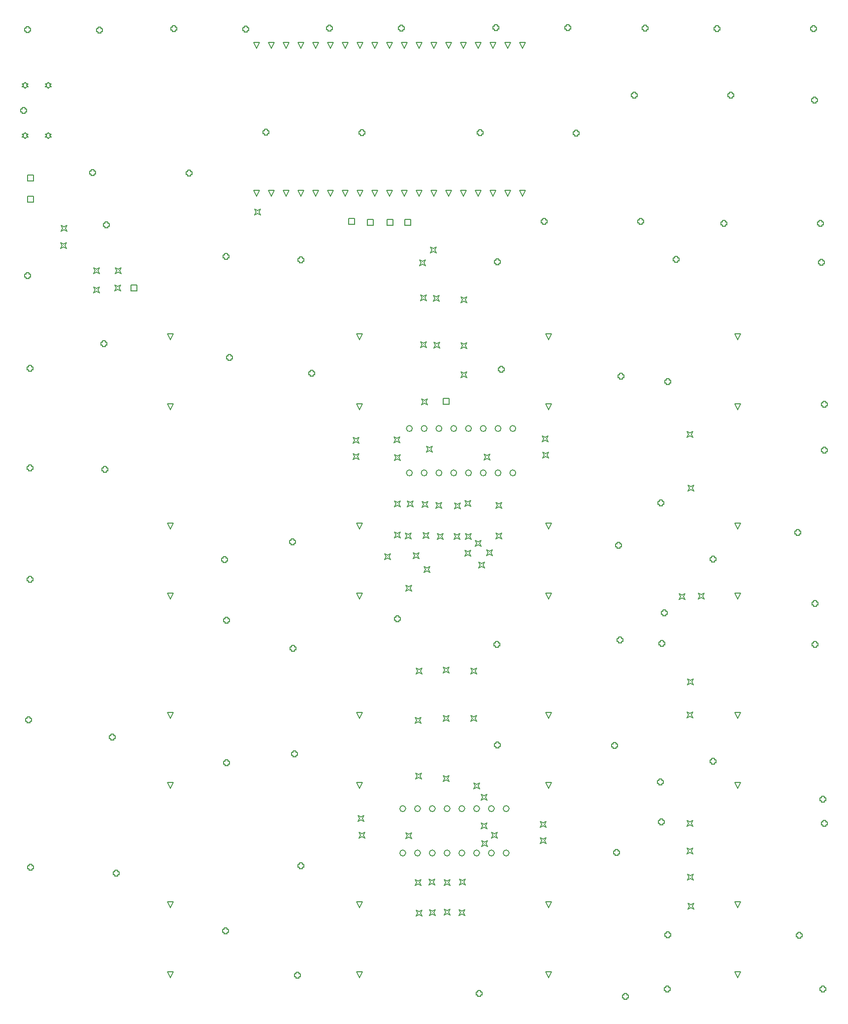
<source format=gbr>
%TF.GenerationSoftware,Altium Limited,Altium Designer,24.7.2 (38)*%
G04 Layer_Color=2752767*
%FSLAX45Y45*%
%MOMM*%
%TF.SameCoordinates,74662405-AD21-4814-813C-A76D1C426129*%
%TF.FilePolarity,Positive*%
%TF.FileFunction,Drawing*%
%TF.Part,Single*%
G01*
G75*
%TA.AperFunction,NonConductor*%
%ADD39C,0.12700*%
%ADD69C,0.16933*%
D39*
X3525300Y16324780D02*
X3550700Y16350180D01*
X3576100D01*
X3550700Y16375580D01*
X3576100Y16400980D01*
X3550700D01*
X3525300Y16426379D01*
X3499900Y16400980D01*
X3474500D01*
X3499900Y16375580D01*
X3474500Y16350180D01*
X3499900D01*
X3525300Y16324780D01*
Y15460780D02*
X3550700Y15486180D01*
X3576100D01*
X3550700Y15511580D01*
X3576100Y15536980D01*
X3550700D01*
X3525300Y15562379D01*
X3499900Y15536980D01*
X3474500D01*
X3499900Y15511580D01*
X3474500Y15486180D01*
X3499900D01*
X3525300Y15460780D01*
X3924300Y16324580D02*
X3949700Y16349980D01*
X3975100D01*
X3949700Y16375380D01*
X3975100Y16400780D01*
X3949700D01*
X3924300Y16426180D01*
X3898900Y16400780D01*
X3873500D01*
X3898900Y16375380D01*
X3873500Y16349980D01*
X3898900D01*
X3924300Y16324580D01*
Y15460980D02*
X3949700Y15486380D01*
X3975100D01*
X3949700Y15511780D01*
X3975100Y15537180D01*
X3949700D01*
X3924300Y15562579D01*
X3898900Y15537180D01*
X3873500D01*
X3898900Y15511780D01*
X3873500Y15486380D01*
X3898900D01*
X3924300Y15460980D01*
X7505700Y14465300D02*
X7454900Y14566901D01*
X7556500D01*
X7505700Y14465300D01*
X7759700D02*
X7708900Y14566901D01*
X7810500D01*
X7759700Y14465300D01*
X8013700D02*
X7962900Y14566901D01*
X8064500D01*
X8013700Y14465300D01*
X8267700D02*
X8216900Y14566901D01*
X8318500D01*
X8267700Y14465300D01*
X8521700D02*
X8470900Y14566901D01*
X8572500D01*
X8521700Y14465300D01*
X8775700D02*
X8724900Y14566901D01*
X8826500D01*
X8775700Y14465300D01*
X9029700D02*
X8978900Y14566901D01*
X9080500D01*
X9029700Y14465300D01*
X9283700D02*
X9232900Y14566901D01*
X9334500D01*
X9283700Y14465300D01*
X9537700D02*
X9486900Y14566901D01*
X9588500D01*
X9537700Y14465300D01*
X9791700D02*
X9740900Y14566901D01*
X9842500D01*
X9791700Y14465300D01*
X10045700D02*
X9994900Y14566901D01*
X10096500D01*
X10045700Y14465300D01*
X10299700D02*
X10248900Y14566901D01*
X10350500D01*
X10299700Y14465300D01*
X10553700D02*
X10502900Y14566901D01*
X10604500D01*
X10553700Y14465300D01*
X10807700D02*
X10756900Y14566901D01*
X10858500D01*
X10807700Y14465300D01*
X11061700D02*
X11010900Y14566901D01*
X11112500D01*
X11061700Y14465300D01*
X11315700D02*
X11264900Y14566901D01*
X11366500D01*
X11315700Y14465300D01*
X11569700D02*
X11518900Y14566901D01*
X11620500D01*
X11569700Y14465300D01*
X11823700D02*
X11772900Y14566901D01*
X11874500D01*
X11823700Y14465300D01*
X12077700D02*
X12026900Y14566901D01*
X12128500D01*
X12077700Y14465300D01*
X7505700Y17005299D02*
X7454900Y17106900D01*
X7556500D01*
X7505700Y17005299D01*
X7759700D02*
X7708900Y17106900D01*
X7810500D01*
X7759700Y17005299D01*
X8013700D02*
X7962900Y17106900D01*
X8064500D01*
X8013700Y17005299D01*
X8267700D02*
X8216900Y17106900D01*
X8318500D01*
X8267700Y17005299D01*
X8521700D02*
X8470900Y17106900D01*
X8572500D01*
X8521700Y17005299D01*
X8775700D02*
X8724900Y17106900D01*
X8826500D01*
X8775700Y17005299D01*
X9029700D02*
X8978900Y17106900D01*
X9080500D01*
X9029700Y17005299D01*
X9283700D02*
X9232900Y17106900D01*
X9334500D01*
X9283700Y17005299D01*
X9537700D02*
X9486900Y17106900D01*
X9588500D01*
X9537700Y17005299D01*
X9791700D02*
X9740900Y17106900D01*
X9842500D01*
X9791700Y17005299D01*
X10045700D02*
X9994900Y17106900D01*
X10096500D01*
X10045700Y17005299D01*
X10299700D02*
X10248900Y17106900D01*
X10350500D01*
X10299700Y17005299D01*
X10553700D02*
X10502900Y17106900D01*
X10604500D01*
X10553700Y17005299D01*
X10807700D02*
X10756900Y17106900D01*
X10858500D01*
X10807700Y17005299D01*
X11061700D02*
X11010900Y17106900D01*
X11112500D01*
X11061700Y17005299D01*
X11315700D02*
X11264900Y17106900D01*
X11366500D01*
X11315700Y17005299D01*
X11569700D02*
X11518900Y17106900D01*
X11620500D01*
X11569700Y17005299D01*
X11823700D02*
X11772900Y17106900D01*
X11874500D01*
X11823700Y17005299D01*
X12077700D02*
X12026900Y17106900D01*
X12128500D01*
X12077700Y17005299D01*
X10716260Y10891520D02*
Y10993120D01*
X10817860D01*
Y10891520D01*
X10716260D01*
X5349930Y12838429D02*
Y12940030D01*
X5451530D01*
Y12838429D01*
X5349930D01*
X12525000Y11999200D02*
X12474200Y12100800D01*
X12575800D01*
X12525000Y11999200D01*
Y10799200D02*
X12474200Y10900800D01*
X12575800D01*
X12525000Y10799200D01*
X9275000Y4299200D02*
X9224200Y4400800D01*
X9325800D01*
X9275000Y4299200D01*
Y5499200D02*
X9224200Y5600800D01*
X9325800D01*
X9275000Y5499200D01*
X12525000Y1049200D02*
X12474200Y1150800D01*
X12575800D01*
X12525000Y1049200D01*
Y2249200D02*
X12474200Y2350800D01*
X12575800D01*
X12525000Y2249200D01*
X9275000Y1049200D02*
X9224200Y1150800D01*
X9325800D01*
X9275000Y1049200D01*
Y2249200D02*
X9224200Y2350800D01*
X9325800D01*
X9275000Y2249200D01*
X6025000Y1049200D02*
X5974200Y1150800D01*
X6075800D01*
X6025000Y1049200D01*
Y2249200D02*
X5974200Y2350800D01*
X6075800D01*
X6025000Y2249200D01*
X15775000Y1049200D02*
X15724200Y1150800D01*
X15825800D01*
X15775000Y1049200D01*
Y2249200D02*
X15724200Y2350800D01*
X15825800D01*
X15775000Y2249200D01*
Y4299200D02*
X15724200Y4400800D01*
X15825800D01*
X15775000Y4299200D01*
Y5499200D02*
X15724200Y5600800D01*
X15825800D01*
X15775000Y5499200D01*
X12525000Y4299200D02*
X12474200Y4400800D01*
X12575800D01*
X12525000Y4299200D01*
Y5499200D02*
X12474200Y5600800D01*
X12575800D01*
X12525000Y5499200D01*
X6025000Y4299200D02*
X5974200Y4400800D01*
X6075800D01*
X6025000Y4299200D01*
Y5499200D02*
X5974200Y5600800D01*
X6075800D01*
X6025000Y5499200D01*
Y7549200D02*
X5974200Y7650800D01*
X6075800D01*
X6025000Y7549200D01*
Y8749200D02*
X5974200Y8850800D01*
X6075800D01*
X6025000Y8749200D01*
X9275000Y7549200D02*
X9224200Y7650800D01*
X9325800D01*
X9275000Y7549200D01*
Y8749200D02*
X9224200Y8850800D01*
X9325800D01*
X9275000Y8749200D01*
X12525000Y7549200D02*
X12474200Y7650800D01*
X12575800D01*
X12525000Y7549200D01*
Y8749200D02*
X12474200Y8850800D01*
X12575800D01*
X12525000Y8749200D01*
X15775000Y7549200D02*
X15724200Y7650800D01*
X15825800D01*
X15775000Y7549200D01*
Y8749200D02*
X15724200Y8850800D01*
X15825800D01*
X15775000Y8749200D01*
Y10799200D02*
X15724200Y10900800D01*
X15825800D01*
X15775000Y10799200D01*
Y11999200D02*
X15724200Y12100800D01*
X15825800D01*
X15775000Y11999200D01*
X9275000Y10799200D02*
X9224200Y10900800D01*
X9325800D01*
X9275000Y10799200D01*
Y11999200D02*
X9224200Y12100800D01*
X9325800D01*
X9275000Y11999200D01*
X6025000Y10799200D02*
X5974200Y10900800D01*
X6075800D01*
X6025000Y10799200D01*
Y11999200D02*
X5974200Y12100800D01*
X6075800D01*
X6025000Y11999200D01*
X3571400Y14363699D02*
Y14465300D01*
X3673000D01*
Y14363699D01*
X3571400D01*
X9093200Y13982700D02*
Y14084300D01*
X9194800D01*
Y13982700D01*
X9093200D01*
X9410700Y13970000D02*
Y14071600D01*
X9512300D01*
Y13970000D01*
X9410700D01*
X3571400Y14733299D02*
Y14834900D01*
X3673000D01*
Y14733299D01*
X3571400D01*
X9753600Y13970000D02*
Y14071600D01*
X9855200D01*
Y13970000D01*
X9753600D01*
X10058400D02*
Y14071600D01*
X10160000D01*
Y13970000D01*
X10058400D01*
X16786427Y8664149D02*
Y8638749D01*
X16837227D01*
Y8664149D01*
X16862627D01*
Y8714949D01*
X16837227D01*
Y8740349D01*
X16786427D01*
Y8714949D01*
X16761028D01*
Y8664149D01*
X16786427D01*
X15331007Y8209489D02*
Y8184089D01*
X15381807D01*
Y8209489D01*
X15407207D01*
Y8260289D01*
X15381807D01*
Y8285689D01*
X15331007D01*
Y8260289D01*
X15305608D01*
Y8209489D01*
X15331007D01*
Y4734769D02*
Y4709369D01*
X15381807D01*
Y4734769D01*
X15407207D01*
Y4785569D01*
X15381807D01*
Y4810969D01*
X15331007D01*
Y4785569D01*
X15305608D01*
Y4734769D01*
X15331007D01*
X16811827Y1747729D02*
Y1722329D01*
X16862627D01*
Y1747729D01*
X16888026D01*
Y1798529D01*
X16862627D01*
Y1823929D01*
X16811827D01*
Y1798529D01*
X16786427D01*
Y1747729D01*
X16811827D01*
X14553767Y1760429D02*
Y1735029D01*
X14604567D01*
Y1760429D01*
X14629967D01*
Y1811229D01*
X14604567D01*
Y1836629D01*
X14553767D01*
Y1811229D01*
X14528368D01*
Y1760429D01*
X14553767D01*
X6929457Y8202447D02*
Y8177047D01*
X6980257D01*
Y8202447D01*
X7005657D01*
Y8253247D01*
X6980257D01*
Y8278647D01*
X6929457D01*
Y8253247D01*
X6904057D01*
Y8202447D01*
X6929457D01*
X6968054Y7160679D02*
Y7135279D01*
X7018854D01*
Y7160679D01*
X7044254D01*
Y7211479D01*
X7018854D01*
Y7236879D01*
X6968054D01*
Y7211479D01*
X6942654D01*
Y7160679D01*
X6968054D01*
X6967557Y4715027D02*
Y4689627D01*
X7018357D01*
Y4715027D01*
X7043757D01*
Y4765827D01*
X7018357D01*
Y4791227D01*
X6967557D01*
Y4765827D01*
X6942157D01*
Y4715027D01*
X6967557D01*
X6949777Y1821967D02*
Y1796567D01*
X7000577D01*
Y1821967D01*
X7025977D01*
Y1872767D01*
X7000577D01*
Y1898167D01*
X6949777D01*
Y1872767D01*
X6924377D01*
Y1821967D01*
X6949777D01*
X8185579Y1063317D02*
Y1037917D01*
X8236379D01*
Y1063317D01*
X8261779D01*
Y1114117D01*
X8236379D01*
Y1139517D01*
X8185579D01*
Y1114117D01*
X8160179D01*
Y1063317D01*
X8185579D01*
X8244020Y2943174D02*
Y2917774D01*
X8294820D01*
Y2943174D01*
X8320220D01*
Y2993974D01*
X8294820D01*
Y3019374D01*
X8244020D01*
Y2993974D01*
X8218620D01*
Y2943174D01*
X8244020D01*
X8135957Y4862347D02*
Y4836947D01*
X8186757D01*
Y4862347D01*
X8212157D01*
Y4913147D01*
X8186757D01*
Y4938547D01*
X8135957D01*
Y4913147D01*
X8110557D01*
Y4862347D01*
X8135957D01*
X8108017Y6673367D02*
Y6647967D01*
X8158817D01*
Y6673367D01*
X8184217D01*
Y6724167D01*
X8158817D01*
Y6749567D01*
X8108017D01*
Y6724167D01*
X8082617D01*
Y6673367D01*
X8108017D01*
X8097857Y8504707D02*
Y8479307D01*
X8148657D01*
Y8504707D01*
X8174057D01*
Y8555507D01*
X8148657D01*
Y8580907D01*
X8097857D01*
Y8555507D01*
X8072457D01*
Y8504707D01*
X8097857D01*
X9898717Y7188987D02*
Y7163587D01*
X9949517D01*
Y7188987D01*
X9974917D01*
Y7239787D01*
X9949517D01*
Y7265187D01*
X9898717D01*
Y7239787D01*
X9873317D01*
Y7188987D01*
X9898717D01*
X13746817Y11349507D02*
Y11324107D01*
X13797617D01*
Y11349507D01*
X13823016D01*
Y11400307D01*
X13797617D01*
Y11425707D01*
X13746817D01*
Y11400307D01*
X13721417D01*
Y11349507D01*
X13746817D01*
X13708270Y8446382D02*
Y8420982D01*
X13759070D01*
Y8446382D01*
X13784470D01*
Y8497182D01*
X13759070D01*
Y8522582D01*
X13708270D01*
Y8497182D01*
X13682870D01*
Y8446382D01*
X13708270D01*
X13727753Y6819769D02*
Y6794369D01*
X13778552D01*
Y6819769D01*
X13803952D01*
Y6870569D01*
X13778552D01*
Y6895969D01*
X13727753D01*
Y6870569D01*
X13702351D01*
Y6819769D01*
X13727753D01*
X11613217Y6741947D02*
Y6716547D01*
X11664017D01*
Y6741947D01*
X11689417D01*
Y6792747D01*
X11664017D01*
Y6818147D01*
X11613217D01*
Y6792747D01*
X11587817D01*
Y6741947D01*
X11613217D01*
X11623377Y5017287D02*
Y4991887D01*
X11674177D01*
Y5017287D01*
X11699577D01*
Y5068087D01*
X11674177D01*
Y5093487D01*
X11623377D01*
Y5068087D01*
X11597977D01*
Y5017287D01*
X11623377D01*
X13640137Y5007127D02*
Y4981727D01*
X13690936D01*
Y5007127D01*
X13716338D01*
Y5057927D01*
X13690936D01*
Y5083327D01*
X13640137D01*
Y5057927D01*
X13614737D01*
Y5007127D01*
X13640137D01*
X13668077Y3175787D02*
Y3150387D01*
X13718877D01*
Y3175787D01*
X13744276D01*
Y3226587D01*
X13718877D01*
Y3251987D01*
X13668077D01*
Y3226587D01*
X13642677D01*
Y3175787D01*
X13668077D01*
X11310957Y752627D02*
Y727227D01*
X11361757D01*
Y752627D01*
X11387157D01*
Y803427D01*
X11361757D01*
Y828827D01*
X11310957D01*
Y803427D01*
X11285557D01*
Y752627D01*
X11310957D01*
X13825557Y701827D02*
Y676427D01*
X13876357D01*
Y701827D01*
X13901756D01*
Y752627D01*
X13876357D01*
Y778027D01*
X13825557D01*
Y752627D01*
X13800157D01*
Y701827D01*
X13825557D01*
X14442776Y3699027D02*
Y3673627D01*
X14493578D01*
Y3699027D01*
X14518977D01*
Y3749827D01*
X14493578D01*
Y3775227D01*
X14442776D01*
Y3749827D01*
X14417377D01*
Y3699027D01*
X14442776D01*
X14541837Y828827D02*
Y803427D01*
X14592638D01*
Y828827D01*
X14618037D01*
Y879627D01*
X14592638D01*
Y905027D01*
X14541837D01*
Y879627D01*
X14516437D01*
Y828827D01*
X14541837D01*
X17216457D02*
Y803427D01*
X17267258D01*
Y828827D01*
X17292657D01*
Y879627D01*
X17267258D01*
Y905027D01*
X17216457D01*
Y879627D01*
X17191057D01*
Y828827D01*
X17216457D01*
X17239909Y3674088D02*
Y3648688D01*
X17290709D01*
Y3674088D01*
X17316109D01*
Y3724888D01*
X17290709D01*
Y3750288D01*
X17239909D01*
Y3724888D01*
X17214510D01*
Y3674088D01*
X17239909D01*
X17215527Y4088619D02*
Y4063219D01*
X17266327D01*
Y4088619D01*
X17291727D01*
Y4139419D01*
X17266327D01*
Y4164819D01*
X17215527D01*
Y4139419D01*
X17190128D01*
Y4088619D01*
X17215527D01*
X14427602Y4381229D02*
Y4355829D01*
X14478403D01*
Y4381229D01*
X14503802D01*
Y4432029D01*
X14478403D01*
Y4457429D01*
X14427602D01*
Y4432029D01*
X14402202D01*
Y4381229D01*
X14427602D01*
X14451987Y6762750D02*
Y6737350D01*
X14502786D01*
Y6762750D01*
X14528186D01*
Y6813550D01*
X14502786D01*
Y6838950D01*
X14451987D01*
Y6813550D01*
X14426585D01*
Y6762750D01*
X14451987D01*
X17084377Y6747027D02*
Y6721627D01*
X17135178D01*
Y6747027D01*
X17160577D01*
Y6797827D01*
X17135178D01*
Y6823227D01*
X17084377D01*
Y6797827D01*
X17058977D01*
Y6747027D01*
X17084377D01*
X14435728Y9176783D02*
Y9151383D01*
X14486530D01*
Y9176783D01*
X14511929D01*
Y9227583D01*
X14486530D01*
Y9252983D01*
X14435728D01*
Y9227583D01*
X14410329D01*
Y9176783D01*
X14435728D01*
X14492625Y7282945D02*
Y7257545D01*
X14543427D01*
Y7282945D01*
X14568826D01*
Y7333745D01*
X14543427D01*
Y7359145D01*
X14492625D01*
Y7333745D01*
X14467226D01*
Y7282945D01*
X14492625D01*
X17084377Y7445527D02*
Y7420127D01*
X17135178D01*
Y7445527D01*
X17160577D01*
Y7496327D01*
X17135178D01*
Y7521727D01*
X17084377D01*
Y7496327D01*
X17058977D01*
Y7445527D01*
X17084377D01*
X17246938Y10079507D02*
Y10054107D01*
X17297737D01*
Y10079507D01*
X17323137D01*
Y10130307D01*
X17297737D01*
Y10155707D01*
X17246938D01*
Y10130307D01*
X17221536D01*
Y10079507D01*
X17246938D01*
X17239317Y10866907D02*
Y10841507D01*
X17290117D01*
Y10866907D01*
X17315517D01*
Y10917707D01*
X17290117D01*
Y10943107D01*
X17239317D01*
Y10917707D01*
X17213918D01*
Y10866907D01*
X17239317D01*
X17191057Y13305307D02*
Y13279907D01*
X17241856D01*
Y13305307D01*
X17267258D01*
Y13356107D01*
X17241856D01*
Y13381506D01*
X17191057D01*
Y13356107D01*
X17165657D01*
Y13305307D01*
X17191057D01*
X14696777Y13353568D02*
Y13328168D01*
X14747577D01*
Y13353568D01*
X14772977D01*
Y13404367D01*
X14747577D01*
Y13429767D01*
X14696777D01*
Y13404367D01*
X14671378D01*
Y13353568D01*
X14696777D01*
X14549457Y11258067D02*
Y11232667D01*
X14600256D01*
Y11258067D01*
X14625658D01*
Y11308867D01*
X14600256D01*
Y11334267D01*
X14549457D01*
Y11308867D01*
X14524057D01*
Y11258067D01*
X14549457D01*
X11623377Y13312927D02*
Y13287527D01*
X11674177D01*
Y13312927D01*
X11699577D01*
Y13363727D01*
X11674177D01*
Y13389127D01*
X11623377D01*
Y13363727D01*
X11597977D01*
Y13312927D01*
X11623377D01*
X11689417Y11468887D02*
Y11443487D01*
X11740217D01*
Y11468887D01*
X11765617D01*
Y11519687D01*
X11740217D01*
Y11545087D01*
X11689417D01*
Y11519687D01*
X11664017D01*
Y11468887D01*
X11689417D01*
X8428057Y11402847D02*
Y11377447D01*
X8478857D01*
Y11402847D01*
X8504257D01*
Y11453647D01*
X8478857D01*
Y11479047D01*
X8428057D01*
Y11453647D01*
X8402657D01*
Y11402847D01*
X8428057D01*
X8242637Y13345947D02*
Y13320547D01*
X8293437D01*
Y13345947D01*
X8318837D01*
Y13396747D01*
X8293437D01*
Y13422147D01*
X8242637D01*
Y13396747D01*
X8217237D01*
Y13345947D01*
X8242637D01*
X6957397Y13404367D02*
Y13378967D01*
X7008197D01*
Y13404367D01*
X7033597D01*
Y13455167D01*
X7008197D01*
Y13480566D01*
X6957397D01*
Y13455167D01*
X6931997D01*
Y13404367D01*
X6957397D01*
X7015817Y11672087D02*
Y11646687D01*
X7066617D01*
Y11672087D01*
X7092017D01*
Y11722887D01*
X7066617D01*
Y11748287D01*
X7015817D01*
Y11722887D01*
X6990417D01*
Y11672087D01*
X7015817D01*
X4852757Y11907809D02*
Y11882409D01*
X4903557D01*
Y11907809D01*
X4928957D01*
Y11958609D01*
X4903557D01*
Y11984009D01*
X4852757D01*
Y11958609D01*
X4827357D01*
Y11907809D01*
X4852757D01*
X4877137Y9754387D02*
Y9728987D01*
X4927937D01*
Y9754387D01*
X4953337D01*
Y9805187D01*
X4927937D01*
Y9830587D01*
X4877137D01*
Y9805187D01*
X4851737D01*
Y9754387D01*
X4877137D01*
X4999068Y5153386D02*
Y5127986D01*
X5049868D01*
Y5153386D01*
X5075268D01*
Y5204186D01*
X5049868D01*
Y5229586D01*
X4999068D01*
Y5204186D01*
X4973668D01*
Y5153386D01*
X4999068D01*
X5065097Y2820187D02*
Y2794787D01*
X5115897D01*
Y2820187D01*
X5141297D01*
Y2870987D01*
X5115897D01*
Y2896387D01*
X5065097D01*
Y2870987D01*
X5039697D01*
Y2820187D01*
X5065097D01*
X3591897Y2919247D02*
Y2893847D01*
X3642697D01*
Y2919247D01*
X3668097D01*
Y2970047D01*
X3642697D01*
Y2995447D01*
X3591897D01*
Y2970047D01*
X3566497D01*
Y2919247D01*
X3591897D01*
X3561417Y5446547D02*
Y5421147D01*
X3612217D01*
Y5446547D01*
X3637617D01*
Y5497347D01*
X3612217D01*
Y5522747D01*
X3561417D01*
Y5497347D01*
X3536017D01*
Y5446547D01*
X3561417D01*
X3584789Y7860030D02*
Y7834630D01*
X3635589D01*
Y7860030D01*
X3660989D01*
Y7910830D01*
X3635589D01*
Y7936230D01*
X3584789D01*
Y7910830D01*
X3559389D01*
Y7860030D01*
X3584789D01*
X3584277Y9777247D02*
Y9751847D01*
X3635077D01*
Y9777247D01*
X3660477D01*
Y9828047D01*
X3635077D01*
Y9853447D01*
X3584277D01*
Y9828047D01*
X3558877D01*
Y9777247D01*
X3584277D01*
X3584788Y11485147D02*
Y11459747D01*
X3635588D01*
Y11485147D01*
X3660988D01*
Y11535947D01*
X3635588D01*
Y11561347D01*
X3584788D01*
Y11535947D01*
X3559388D01*
Y11485147D01*
X3584788D01*
X4661816Y14844633D02*
Y14819234D01*
X4712616D01*
Y14844633D01*
X4738016D01*
Y14895435D01*
X4712616D01*
Y14920834D01*
X4661816D01*
Y14895435D01*
X4636416D01*
Y14844633D01*
X4661816D01*
X6320436Y14842094D02*
Y14816695D01*
X6371236D01*
Y14842094D01*
X6396636D01*
Y14892894D01*
X6371236D01*
Y14918294D01*
X6320436D01*
Y14892894D01*
X6295036D01*
Y14842094D01*
X6320436D01*
X7638696Y15538054D02*
Y15512654D01*
X7689496D01*
Y15538054D01*
X7714896D01*
Y15588853D01*
X7689496D01*
Y15614255D01*
X7638696D01*
Y15588853D01*
X7613296D01*
Y15538054D01*
X7638696D01*
X9297316Y15535513D02*
Y15510114D01*
X9348116D01*
Y15535513D01*
X9373516D01*
Y15586314D01*
X9348116D01*
Y15611714D01*
X9297316D01*
Y15586314D01*
X9271916D01*
Y15535513D01*
X9297316D01*
X11321696Y15530434D02*
Y15505034D01*
X11372496D01*
Y15530434D01*
X11397896D01*
Y15581235D01*
X11372496D01*
Y15606635D01*
X11321696D01*
Y15581235D01*
X11296296D01*
Y15530434D01*
X11321696D01*
X12980316Y15527895D02*
Y15502493D01*
X13031116D01*
Y15527895D01*
X13056516D01*
Y15578694D01*
X13031116D01*
Y15604094D01*
X12980316D01*
Y15578694D01*
X12954916D01*
Y15527895D01*
X12980316D01*
X12429136Y14011514D02*
Y13986115D01*
X12479936D01*
Y14011514D01*
X12505336D01*
Y14062314D01*
X12479936D01*
Y14087714D01*
X12429136D01*
Y14062314D01*
X12403736D01*
Y14011514D01*
X12429136D01*
X14087756Y14008974D02*
Y13983574D01*
X14138556D01*
Y14008974D01*
X14163956D01*
Y14059773D01*
X14138556D01*
Y14085175D01*
X14087756D01*
Y14059773D01*
X14062357D01*
Y14008974D01*
X14087756D01*
X3545840Y13081000D02*
Y13055600D01*
X3596640D01*
Y13081000D01*
X3622040D01*
Y13131799D01*
X3596640D01*
Y13157201D01*
X3545840D01*
Y13131799D01*
X3520440D01*
Y13081000D01*
X3545840D01*
X4903116Y13948013D02*
Y13922614D01*
X4953916D01*
Y13948013D01*
X4979316D01*
Y13998814D01*
X4953916D01*
Y14024214D01*
X4903116D01*
Y13998814D01*
X4877716D01*
Y13948013D01*
X4903116D01*
X15520316Y13975954D02*
Y13950554D01*
X15571117D01*
Y13975954D01*
X15596516D01*
Y14026755D01*
X15571117D01*
Y14052155D01*
X15520316D01*
Y14026755D01*
X15494916D01*
Y13975954D01*
X15520316D01*
X17178935Y13973415D02*
Y13948013D01*
X17229736D01*
Y13973415D01*
X17255136D01*
Y14024214D01*
X17229736D01*
Y14049614D01*
X17178935D01*
Y14024214D01*
X17153535D01*
Y13973415D01*
X17178935D01*
X3474720Y15918179D02*
Y15892780D01*
X3525520D01*
Y15918179D01*
X3550920D01*
Y15968980D01*
X3525520D01*
Y15994380D01*
X3474720D01*
Y15968980D01*
X3449320D01*
Y15918179D01*
X3474720D01*
X13973456Y16180675D02*
Y16155273D01*
X14024255D01*
Y16180675D01*
X14049657D01*
Y16231474D01*
X14024255D01*
Y16256874D01*
X13973456D01*
Y16231474D01*
X13948056D01*
Y16180675D01*
X13973456D01*
X15632076Y16178134D02*
Y16152734D01*
X15682877D01*
Y16178134D01*
X15708276D01*
Y16228934D01*
X15682877D01*
Y16254333D01*
X15632076D01*
Y16228934D01*
X15606676D01*
Y16178134D01*
X15632076D01*
X17056100Y17320261D02*
Y17294859D01*
X17106900D01*
Y17320261D01*
X17132300D01*
Y17371060D01*
X17106900D01*
Y17396460D01*
X17056100D01*
Y17371060D01*
X17030701D01*
Y17320261D01*
X17056100D01*
X17071339Y16088361D02*
Y16062959D01*
X17122141D01*
Y16088361D01*
X17147540D01*
Y16139160D01*
X17122141D01*
Y16164560D01*
X17071339D01*
Y16139160D01*
X17045940D01*
Y16088361D01*
X17071339D01*
X14165581Y17327879D02*
Y17302480D01*
X14216380D01*
Y17327879D01*
X14241780D01*
Y17378680D01*
X14216380D01*
Y17404080D01*
X14165581D01*
Y17378680D01*
X14140179D01*
Y17327879D01*
X14165581D01*
X15397479Y17322800D02*
Y17297400D01*
X15448280D01*
Y17322800D01*
X15473680D01*
Y17373599D01*
X15448280D01*
Y17399001D01*
X15397479D01*
Y17373599D01*
X15372079D01*
Y17322800D01*
X15397479D01*
X11600180Y17338040D02*
Y17312640D01*
X11650980D01*
Y17338040D01*
X11676380D01*
Y17388840D01*
X11650980D01*
Y17414240D01*
X11600180D01*
Y17388840D01*
X11574780D01*
Y17338040D01*
X11600180D01*
X12832080Y17332961D02*
Y17307561D01*
X12882880D01*
Y17332961D01*
X12908279D01*
Y17383760D01*
X12882880D01*
Y17409160D01*
X12832080D01*
Y17383760D01*
X12806680D01*
Y17332961D01*
X12832080D01*
X8735060Y17330420D02*
Y17305020D01*
X8785860D01*
Y17330420D01*
X8811260D01*
Y17381219D01*
X8785860D01*
Y17406619D01*
X8735060D01*
Y17381219D01*
X8709660D01*
Y17330420D01*
X8735060D01*
X9966960Y17325340D02*
Y17299940D01*
X10017760D01*
Y17325340D01*
X10043160D01*
Y17376140D01*
X10017760D01*
Y17401540D01*
X9966960D01*
Y17376140D01*
X9941560D01*
Y17325340D01*
X9966960D01*
X6062980Y17317720D02*
Y17292320D01*
X6113780D01*
Y17317720D01*
X6139180D01*
Y17368520D01*
X6113780D01*
Y17393919D01*
X6062980D01*
Y17368520D01*
X6037580D01*
Y17317720D01*
X6062980D01*
X7294880Y17312640D02*
Y17287241D01*
X7345680D01*
Y17312640D01*
X7371080D01*
Y17363440D01*
X7345680D01*
Y17388840D01*
X7294880D01*
Y17363440D01*
X7269480D01*
Y17312640D01*
X7294880D01*
X4780280Y17294859D02*
Y17269460D01*
X4831080D01*
Y17294859D01*
X4856480D01*
Y17345660D01*
X4831080D01*
Y17371060D01*
X4780280D01*
Y17345660D01*
X4754880D01*
Y17294859D01*
X4780280D01*
X3548380Y17299940D02*
Y17274541D01*
X3599180D01*
Y17299940D01*
X3624580D01*
Y17350740D01*
X3599180D01*
Y17376140D01*
X3548380D01*
Y17350740D01*
X3522980D01*
Y17299940D01*
X3548380D01*
X10909300Y9095740D02*
X10934700Y9146540D01*
X10909300Y9197340D01*
X10960100Y9171940D01*
X11010900Y9197340D01*
X10985500Y9146540D01*
X11010900Y9095740D01*
X10960100Y9121140D01*
X10909300Y9095740D01*
X10350500Y9121140D02*
X10375900Y9171940D01*
X10350500Y9222740D01*
X10401300Y9197340D01*
X10452100Y9222740D01*
X10426700Y9171940D01*
X10452100Y9121140D01*
X10401300Y9146540D01*
X10350500Y9121140D01*
X14914880Y2725420D02*
X14940280Y2776220D01*
X14914880Y2827020D01*
X14965680Y2801620D01*
X15016479Y2827020D01*
X14991080Y2776220D01*
X15016479Y2725420D01*
X14965680Y2750820D01*
X14914880Y2725420D01*
X14907260Y3172460D02*
X14932660Y3223260D01*
X14907260Y3274060D01*
X14958060Y3248660D01*
X15008859Y3274060D01*
X14983459Y3223260D01*
X15008859Y3172460D01*
X14958060Y3197860D01*
X14907260Y3172460D01*
X10548620Y12666980D02*
X10574020Y12717780D01*
X10548620Y12768580D01*
X10599420Y12743180D01*
X10650220Y12768580D01*
X10624820Y12717780D01*
X10650220Y12666980D01*
X10599420Y12692380D01*
X10548620Y12666980D01*
X10312400Y13268961D02*
X10337800Y13319760D01*
X10312400Y13370560D01*
X10363200Y13345160D01*
X10414000Y13370560D01*
X10388600Y13319760D01*
X10414000Y13268961D01*
X10363200Y13294360D01*
X10312400Y13268961D01*
X10327640Y12674600D02*
X10353040Y12725400D01*
X10327640Y12776200D01*
X10378440Y12750800D01*
X10429240Y12776200D01*
X10403840Y12725400D01*
X10429240Y12674600D01*
X10378440Y12700000D01*
X10327640Y12674600D01*
X10322560Y11866880D02*
X10347960Y11917680D01*
X10322560Y11968480D01*
X10373360Y11943080D01*
X10424160Y11968480D01*
X10398760Y11917680D01*
X10424160Y11866880D01*
X10373360Y11892280D01*
X10322560Y11866880D01*
X4701540Y12806680D02*
X4726940Y12857480D01*
X4701540Y12908279D01*
X4752340Y12882880D01*
X4803140Y12908279D01*
X4777740Y12857480D01*
X4803140Y12806680D01*
X4752340Y12832080D01*
X4701540Y12806680D01*
X5072380Y12839700D02*
X5097780Y12890500D01*
X5072380Y12941299D01*
X5123180Y12915900D01*
X5173980Y12941299D01*
X5148580Y12890500D01*
X5173980Y12839700D01*
X5123180Y12865100D01*
X5072380Y12839700D01*
X12387580Y3629660D02*
X12412980Y3680460D01*
X12387580Y3731260D01*
X12438380Y3705860D01*
X12489180Y3731260D01*
X12463780Y3680460D01*
X12489180Y3629660D01*
X12438380Y3655060D01*
X12387580Y3629660D01*
X11463020Y8290560D02*
X11488420Y8341360D01*
X11463020Y8392160D01*
X11513820Y8366760D01*
X11564620Y8392160D01*
X11539220Y8341360D01*
X11564620Y8290560D01*
X11513820Y8315960D01*
X11463020Y8290560D01*
X10612120Y8575040D02*
X10637520Y8625840D01*
X10612120Y8676640D01*
X10662920Y8651240D01*
X10713720Y8676640D01*
X10688320Y8625840D01*
X10713720Y8575040D01*
X10662920Y8600440D01*
X10612120Y8575040D01*
X10365740Y8592820D02*
X10391140Y8643620D01*
X10365740Y8694420D01*
X10416540Y8669020D01*
X10467340Y8694420D01*
X10441940Y8643620D01*
X10467340Y8592820D01*
X10416540Y8618220D01*
X10365740Y8592820D01*
X10063480Y8582660D02*
X10088880Y8633460D01*
X10063480Y8684260D01*
X10114280Y8658860D01*
X10165080Y8684260D01*
X10139680Y8633460D01*
X10165080Y8582660D01*
X10114280Y8608060D01*
X10063480Y8582660D01*
X9880600Y8600440D02*
X9906000Y8651240D01*
X9880600Y8702040D01*
X9931400Y8676640D01*
X9982200Y8702040D01*
X9956800Y8651240D01*
X9982200Y8600440D01*
X9931400Y8625840D01*
X9880600Y8600440D01*
X11374120Y3299460D02*
X11399520Y3350260D01*
X11374120Y3401060D01*
X11424920Y3375660D01*
X11475720Y3401060D01*
X11450320Y3350260D01*
X11475720Y3299460D01*
X11424920Y3324860D01*
X11374120Y3299460D01*
X9163500Y9942981D02*
X9188900Y9993781D01*
X9163500Y10044581D01*
X9214300Y10019181D01*
X9265100Y10044581D01*
X9239700Y9993781D01*
X9265100Y9942981D01*
X9214300Y9968381D01*
X9163500Y9942981D01*
X9878060Y9926320D02*
X9903460Y9977120D01*
X9878060Y10027920D01*
X9928860Y10002520D01*
X9979660Y10027920D01*
X9954260Y9977120D01*
X9979660Y9926320D01*
X9928860Y9951720D01*
X9878060Y9926320D01*
X9880600Y9133840D02*
X9906000Y9184640D01*
X9880600Y9235440D01*
X9931400Y9210040D01*
X9982200Y9235440D01*
X9956800Y9184640D01*
X9982200Y9133840D01*
X9931400Y9159240D01*
X9880600Y9133840D01*
X10099040Y9128760D02*
X10124440Y9179560D01*
X10099040Y9230360D01*
X10149840Y9204960D01*
X10200640Y9230360D01*
X10175240Y9179560D01*
X10200640Y9128760D01*
X10149840Y9154160D01*
X10099040Y9128760D01*
X10203180Y8247380D02*
X10228580Y8298180D01*
X10203180Y8348980D01*
X10253980Y8323580D01*
X10304780Y8348980D01*
X10279380Y8298180D01*
X10304780Y8247380D01*
X10253980Y8272780D01*
X10203180Y8247380D01*
X9705340Y8227060D02*
X9730740Y8277860D01*
X9705340Y8328660D01*
X9756140Y8303260D01*
X9806940Y8328660D01*
X9781540Y8277860D01*
X9806940Y8227060D01*
X9756140Y8252460D01*
X9705340Y8227060D01*
X10071100Y7680960D02*
X10096500Y7731760D01*
X10071100Y7782560D01*
X10121900Y7757160D01*
X10172700Y7782560D01*
X10147300Y7731760D01*
X10172700Y7680960D01*
X10121900Y7706360D01*
X10071100Y7680960D01*
X10713720Y6276340D02*
X10739120Y6327140D01*
X10713720Y6377940D01*
X10764520Y6352540D01*
X10815320Y6377940D01*
X10789920Y6327140D01*
X10815320Y6276340D01*
X10764520Y6301740D01*
X10713720Y6276340D01*
X10248900Y6266180D02*
X10274300Y6316980D01*
X10248900Y6367780D01*
X10299700Y6342380D01*
X10350500Y6367780D01*
X10325100Y6316980D01*
X10350500Y6266180D01*
X10299700Y6291580D01*
X10248900Y6266180D01*
X10236200Y5412740D02*
X10261600Y5463540D01*
X10236200Y5514340D01*
X10287000Y5488940D01*
X10337800Y5514340D01*
X10312400Y5463540D01*
X10337800Y5412740D01*
X10287000Y5438140D01*
X10236200Y5412740D01*
X10238740Y4460240D02*
X10264140Y4511040D01*
X10238740Y4561840D01*
X10289540Y4536440D01*
X10340340Y4561840D01*
X10314940Y4511040D01*
X10340340Y4460240D01*
X10289540Y4485640D01*
X10238740Y4460240D01*
X10071100Y3436620D02*
X10096500Y3487420D01*
X10071100Y3538220D01*
X10121900Y3512820D01*
X10172700Y3538220D01*
X10147300Y3487420D01*
X10172700Y3436620D01*
X10121900Y3462020D01*
X10071100Y3436620D01*
X9248140Y3731260D02*
X9273540Y3782060D01*
X9248140Y3832860D01*
X9298940Y3807460D01*
X9349740Y3832860D01*
X9324340Y3782060D01*
X9349740Y3731260D01*
X9298940Y3756660D01*
X9248140Y3731260D01*
X10246360Y2108200D02*
X10271760Y2159000D01*
X10246360Y2209800D01*
X10297160Y2184400D01*
X10347960Y2209800D01*
X10322560Y2159000D01*
X10347960Y2108200D01*
X10297160Y2133600D01*
X10246360Y2108200D01*
X11366500Y3604260D02*
X11391900Y3655060D01*
X11366500Y3705860D01*
X11417300Y3680460D01*
X11468100Y3705860D01*
X11442700Y3655060D01*
X11468100Y3604260D01*
X11417300Y3629660D01*
X11366500Y3604260D01*
X11623040Y8582660D02*
X11648440Y8633460D01*
X11623040Y8684260D01*
X11673840Y8658860D01*
X11724640Y8684260D01*
X11699240Y8633460D01*
X11724640Y8582660D01*
X11673840Y8608060D01*
X11623040Y8582660D01*
X11089640Y8288020D02*
X11115040Y8338820D01*
X11089640Y8389620D01*
X11140440Y8364220D01*
X11191240Y8389620D01*
X11165840Y8338820D01*
X11191240Y8288020D01*
X11140440Y8313420D01*
X11089640Y8288020D01*
X11328400Y8079740D02*
X11353800Y8130540D01*
X11328400Y8181340D01*
X11379200Y8155940D01*
X11430000Y8181340D01*
X11404600Y8130540D01*
X11430000Y8079740D01*
X11379200Y8105140D01*
X11328400Y8079740D01*
X11262360Y8458200D02*
X11287760Y8509000D01*
X11262360Y8559800D01*
X11313160Y8534400D01*
X11363960Y8559800D01*
X11338560Y8509000D01*
X11363960Y8458200D01*
X11313160Y8483600D01*
X11262360Y8458200D01*
X10904220Y8569960D02*
X10929620Y8620760D01*
X10904220Y8671560D01*
X10955020Y8646160D01*
X11005820Y8671560D01*
X10980420Y8620760D01*
X11005820Y8569960D01*
X10955020Y8595360D01*
X10904220Y8569960D01*
X11094720Y8575040D02*
X11120120Y8625840D01*
X11094720Y8676640D01*
X11145520Y8651240D01*
X11196320Y8676640D01*
X11170920Y8625840D01*
X11196320Y8575040D01*
X11145520Y8600440D01*
X11094720Y8575040D01*
X11084560Y9141460D02*
X11109960Y9192260D01*
X11084560Y9243060D01*
X11135360Y9217660D01*
X11186160Y9243060D01*
X11160760Y9192260D01*
X11186160Y9141460D01*
X11135360Y9166860D01*
X11084560Y9141460D01*
X11414760Y9933940D02*
X11440160Y9984740D01*
X11414760Y10035540D01*
X11465560Y10010140D01*
X11516360Y10035540D01*
X11490960Y9984740D01*
X11516360Y9933940D01*
X11465560Y9959340D01*
X11414760Y9933940D01*
X12425680Y9972040D02*
X12451080Y10022840D01*
X12425680Y10073640D01*
X12476480Y10048240D01*
X12527280Y10073640D01*
X12501880Y10022840D01*
X12527280Y9972040D01*
X12476480Y9997440D01*
X12425680Y9972040D01*
X14919960Y9400540D02*
X14945360Y9451340D01*
X14919960Y9502140D01*
X14970760Y9476740D01*
X15021561Y9502140D01*
X14996159Y9451340D01*
X15021561Y9400540D01*
X14970760Y9425940D01*
X14919960Y9400540D01*
X14912340Y6075680D02*
X14937740Y6126480D01*
X14912340Y6177280D01*
X14963139Y6151880D01*
X15013940Y6177280D01*
X14988541Y6126480D01*
X15013940Y6075680D01*
X14963139Y6101080D01*
X14912340Y6075680D01*
X14907260Y3642360D02*
X14932660Y3693160D01*
X14907260Y3743960D01*
X14958060Y3718560D01*
X15008859Y3743960D01*
X14983459Y3693160D01*
X15008859Y3642360D01*
X14958060Y3667760D01*
X14907260Y3642360D01*
X10345420Y10883900D02*
X10370820Y10934700D01*
X10345420Y10985500D01*
X10396220Y10960100D01*
X10447020Y10985500D01*
X10421620Y10934700D01*
X10447020Y10883900D01*
X10396220Y10909300D01*
X10345420Y10883900D01*
X11023600Y12641580D02*
X11049000Y12692380D01*
X11023600Y12743180D01*
X11074400Y12717780D01*
X11125200Y12743180D01*
X11099800Y12692380D01*
X11125200Y12641580D01*
X11074400Y12666980D01*
X11023600Y12641580D01*
X10497820Y13492480D02*
X10523220Y13543280D01*
X10497820Y13594080D01*
X10548620Y13568680D01*
X10599420Y13594080D01*
X10574020Y13543280D01*
X10599420Y13492480D01*
X10548620Y13517880D01*
X10497820Y13492480D01*
X5074920Y13136880D02*
X5100320Y13187680D01*
X5074920Y13238480D01*
X5125720Y13213080D01*
X5176520Y13238480D01*
X5151120Y13187680D01*
X5176520Y13136880D01*
X5125720Y13162280D01*
X5074920Y13136880D01*
X4701540Y13139420D02*
X4726940Y13190221D01*
X4701540Y13241020D01*
X4752340Y13215620D01*
X4803140Y13241020D01*
X4777740Y13190221D01*
X4803140Y13139420D01*
X4752340Y13164819D01*
X4701540Y13139420D01*
X7475220Y14147800D02*
X7500620Y14198599D01*
X7475220Y14249400D01*
X7526020Y14224001D01*
X7576820Y14249400D01*
X7551420Y14198599D01*
X7576820Y14147800D01*
X7526020Y14173199D01*
X7475220Y14147800D01*
X4140200Y13571220D02*
X4165600Y13622020D01*
X4140200Y13672820D01*
X4191000Y13647420D01*
X4241800Y13672820D01*
X4216400Y13622020D01*
X4241800Y13571220D01*
X4191000Y13596620D01*
X4140200Y13571220D01*
X4142740Y13865860D02*
X4168140Y13916660D01*
X4142740Y13967461D01*
X4193540Y13942059D01*
X4244340Y13967461D01*
X4218940Y13916660D01*
X4244340Y13865860D01*
X4193540Y13891260D01*
X4142740Y13865860D01*
X11188700Y6263640D02*
X11214100Y6314440D01*
X11188700Y6365240D01*
X11239500Y6339840D01*
X11290300Y6365240D01*
X11264900Y6314440D01*
X11290300Y6263640D01*
X11239500Y6289040D01*
X11188700Y6263640D01*
X10388600Y8006080D02*
X10414000Y8056880D01*
X10388600Y8107680D01*
X10439400Y8082280D01*
X10490200Y8107680D01*
X10464800Y8056880D01*
X10490200Y8006080D01*
X10439400Y8031480D01*
X10388600Y8006080D01*
X10988040Y2110740D02*
X11013440Y2161540D01*
X10988040Y2212340D01*
X11038840Y2186940D01*
X11089640Y2212340D01*
X11064240Y2161540D01*
X11089640Y2110740D01*
X11038840Y2136140D01*
X10988040Y2110740D01*
X10728960Y2118360D02*
X10754360Y2169160D01*
X10728960Y2219960D01*
X10779760Y2194560D01*
X10830560Y2219960D01*
X10805160Y2169160D01*
X10830560Y2118360D01*
X10779760Y2143760D01*
X10728960Y2118360D01*
X10474960Y2115820D02*
X10500360Y2166620D01*
X10474960Y2217420D01*
X10525760Y2192020D01*
X10576560Y2217420D01*
X10551160Y2166620D01*
X10576560Y2115820D01*
X10525760Y2141220D01*
X10474960Y2115820D01*
X10231120Y2631440D02*
X10256520Y2682240D01*
X10231120Y2733040D01*
X10281920Y2707640D01*
X10332720Y2733040D01*
X10307320Y2682240D01*
X10332720Y2631440D01*
X10281920Y2656840D01*
X10231120Y2631440D01*
X10469880Y2641600D02*
X10495280Y2692400D01*
X10469880Y2743200D01*
X10520680Y2717800D01*
X10571480Y2743200D01*
X10546080Y2692400D01*
X10571480Y2641600D01*
X10520680Y2667000D01*
X10469880Y2641600D01*
X10731500Y2633980D02*
X10756900Y2684780D01*
X10731500Y2735580D01*
X10782300Y2710180D01*
X10833100Y2735580D01*
X10807700Y2684780D01*
X10833100Y2633980D01*
X10782300Y2659380D01*
X10731500Y2633980D01*
X10993120Y2636520D02*
X11018520Y2687320D01*
X10993120Y2738120D01*
X11043920Y2712720D01*
X11094720Y2738120D01*
X11069320Y2687320D01*
X11094720Y2636520D01*
X11043920Y2661920D01*
X10993120Y2636520D01*
X11369040Y4091940D02*
X11394440Y4142740D01*
X11369040Y4193540D01*
X11419840Y4168140D01*
X11470640Y4193540D01*
X11445240Y4142740D01*
X11470640Y4091940D01*
X11419840Y4117340D01*
X11369040Y4091940D01*
X10718800Y4419600D02*
X10744200Y4470400D01*
X10718800Y4521200D01*
X10769600Y4495800D01*
X10820400Y4521200D01*
X10795000Y4470400D01*
X10820400Y4419600D01*
X10769600Y4445000D01*
X10718800Y4419600D01*
X11188700Y5448300D02*
X11214100Y5499100D01*
X11188700Y5549900D01*
X11239500Y5524500D01*
X11290300Y5549900D01*
X11264900Y5499100D01*
X11290300Y5448300D01*
X11239500Y5473700D01*
X11188700Y5448300D01*
X14909801Y5511800D02*
X14935201Y5562600D01*
X14909801Y5613400D01*
X14960600Y5588000D01*
X15011400Y5613400D01*
X14986000Y5562600D01*
X15011400Y5511800D01*
X14960600Y5537200D01*
X14909801Y5511800D01*
X9271000Y3441700D02*
X9296400Y3492500D01*
X9271000Y3543300D01*
X9321800Y3517900D01*
X9372600Y3543300D01*
X9347200Y3492500D01*
X9372600Y3441700D01*
X9321800Y3467100D01*
X9271000Y3441700D01*
X11620500Y9105900D02*
X11645900Y9156700D01*
X11620500Y9207500D01*
X11671300Y9182100D01*
X11722100Y9207500D01*
X11696700Y9156700D01*
X11722100Y9105900D01*
X11671300Y9131300D01*
X11620500Y9105900D01*
X10591800D02*
X10617200Y9156700D01*
X10591800Y9207500D01*
X10642600Y9182100D01*
X10693400Y9207500D01*
X10668000Y9156700D01*
X10693400Y9105900D01*
X10642600Y9131300D01*
X10591800Y9105900D01*
X9169400Y10223500D02*
X9194800Y10274300D01*
X9169400Y10325100D01*
X9220200Y10299700D01*
X9271000Y10325100D01*
X9245600Y10274300D01*
X9271000Y10223500D01*
X9220200Y10248900D01*
X9169400Y10223500D01*
X12420600Y10248900D02*
X12446000Y10299700D01*
X12420600Y10350500D01*
X12471400Y10325100D01*
X12522200Y10350500D01*
X12496800Y10299700D01*
X12522200Y10248900D01*
X12471400Y10274300D01*
X12420600Y10248900D01*
X10553700Y11861800D02*
X10579100Y11912600D01*
X10553700Y11963400D01*
X10604500Y11938000D01*
X10655300Y11963400D01*
X10629900Y11912600D01*
X10655300Y11861800D01*
X10604500Y11887200D01*
X10553700Y11861800D01*
X11023600Y11353800D02*
X11049000Y11404600D01*
X11023600Y11455400D01*
X11074400Y11430000D01*
X11125200Y11455400D01*
X11099800Y11404600D01*
X11125200Y11353800D01*
X11074400Y11379200D01*
X11023600Y11353800D01*
Y11849100D02*
X11049000Y11899900D01*
X11023600Y11950700D01*
X11074400Y11925300D01*
X11125200Y11950700D01*
X11099800Y11899900D01*
X11125200Y11849100D01*
X11074400Y11874500D01*
X11023600Y11849100D01*
X10718800Y5448300D02*
X10744200Y5499100D01*
X10718800Y5549900D01*
X10769600Y5524500D01*
X10820400Y5549900D01*
X10795000Y5499100D01*
X10820400Y5448300D01*
X10769600Y5473700D01*
X10718800Y5448300D01*
X14770100Y7543800D02*
X14795500Y7594600D01*
X14770100Y7645400D01*
X14820900Y7620000D01*
X14871700Y7645400D01*
X14846300Y7594600D01*
X14871700Y7543800D01*
X14820900Y7569200D01*
X14770100Y7543800D01*
X15105701Y7549200D02*
X15131100Y7600000D01*
X15105701Y7650800D01*
X15156500Y7625400D01*
X15207300Y7650800D01*
X15181900Y7600000D01*
X15207300Y7549200D01*
X15156500Y7574600D01*
X15105701Y7549200D01*
X9867900Y10236200D02*
X9893300Y10287000D01*
X9867900Y10337800D01*
X9918700Y10312400D01*
X9969500Y10337800D01*
X9944100Y10287000D01*
X9969500Y10236200D01*
X9918700Y10261600D01*
X9867900Y10236200D01*
X10426700Y10071100D02*
X10452100Y10121900D01*
X10426700Y10172700D01*
X10477500Y10147300D01*
X10528300Y10172700D01*
X10502900Y10121900D01*
X10528300Y10071100D01*
X10477500Y10096500D01*
X10426700Y10071100D01*
X14922501Y2222500D02*
X14947900Y2273300D01*
X14922501Y2324100D01*
X14973300Y2298700D01*
X15024100Y2324100D01*
X14998700Y2273300D01*
X15024100Y2222500D01*
X14973300Y2247900D01*
X14922501Y2222500D01*
X14909801Y10325100D02*
X14935201Y10375900D01*
X14909801Y10426700D01*
X14960600Y10401300D01*
X15011400Y10426700D01*
X14986000Y10375900D01*
X15011400Y10325100D01*
X14960600Y10350500D01*
X14909801Y10325100D01*
X11239500Y4292600D02*
X11264900Y4343400D01*
X11239500Y4394200D01*
X11290300Y4368800D01*
X11341100Y4394200D01*
X11315700Y4343400D01*
X11341100Y4292600D01*
X11290300Y4318000D01*
X11239500Y4292600D01*
X11544300Y3441700D02*
X11569700Y3492500D01*
X11544300Y3543300D01*
X11595100Y3517900D01*
X11645900Y3543300D01*
X11620500Y3492500D01*
X11645900Y3441700D01*
X11595100Y3467100D01*
X11544300Y3441700D01*
X12382500Y3352800D02*
X12407900Y3403600D01*
X12382500Y3454400D01*
X12433300Y3429000D01*
X12484100Y3454400D01*
X12458700Y3403600D01*
X12484100Y3352800D01*
X12433300Y3378200D01*
X12382500Y3352800D01*
D69*
X11963400Y10477500D02*
G03*
X11963400Y10477500I-50800J0D01*
G01*
X11709400D02*
G03*
X11709400Y10477500I-50800J0D01*
G01*
X11455400D02*
G03*
X11455400Y10477500I-50800J0D01*
G01*
X11201400D02*
G03*
X11201400Y10477500I-50800J0D01*
G01*
X10947400D02*
G03*
X10947400Y10477500I-50800J0D01*
G01*
X10693400D02*
G03*
X10693400Y10477500I-50800J0D01*
G01*
X10439400D02*
G03*
X10439400Y10477500I-50800J0D01*
G01*
X10185400D02*
G03*
X10185400Y10477500I-50800J0D01*
G01*
X11963400Y9715500D02*
G03*
X11963400Y9715500I-50800J0D01*
G01*
X11709400D02*
G03*
X11709400Y9715500I-50800J0D01*
G01*
X11455400D02*
G03*
X11455400Y9715500I-50800J0D01*
G01*
X11201400D02*
G03*
X11201400Y9715500I-50800J0D01*
G01*
X10947400D02*
G03*
X10947400Y9715500I-50800J0D01*
G01*
X10693400D02*
G03*
X10693400Y9715500I-50800J0D01*
G01*
X10439400D02*
G03*
X10439400Y9715500I-50800J0D01*
G01*
X10185400D02*
G03*
X10185400Y9715500I-50800J0D01*
G01*
X10071100Y3187700D02*
G03*
X10071100Y3187700I-50800J0D01*
G01*
X10325100D02*
G03*
X10325100Y3187700I-50800J0D01*
G01*
X10579100D02*
G03*
X10579100Y3187700I-50800J0D01*
G01*
X10833100D02*
G03*
X10833100Y3187700I-50800J0D01*
G01*
X11087100D02*
G03*
X11087100Y3187700I-50800J0D01*
G01*
X11341100D02*
G03*
X11341100Y3187700I-50800J0D01*
G01*
X11595100D02*
G03*
X11595100Y3187700I-50800J0D01*
G01*
X11849100D02*
G03*
X11849100Y3187700I-50800J0D01*
G01*
X10071100Y3949700D02*
G03*
X10071100Y3949700I-50800J0D01*
G01*
X10325100D02*
G03*
X10325100Y3949700I-50800J0D01*
G01*
X10579100D02*
G03*
X10579100Y3949700I-50800J0D01*
G01*
X10833100D02*
G03*
X10833100Y3949700I-50800J0D01*
G01*
X11087100D02*
G03*
X11087100Y3949700I-50800J0D01*
G01*
X11341100D02*
G03*
X11341100Y3949700I-50800J0D01*
G01*
X11595100D02*
G03*
X11595100Y3949700I-50800J0D01*
G01*
X11849100D02*
G03*
X11849100Y3949700I-50800J0D01*
G01*
%TF.MD5,2667fc47465c48c5d7ec307c57cff701*%
M02*

</source>
